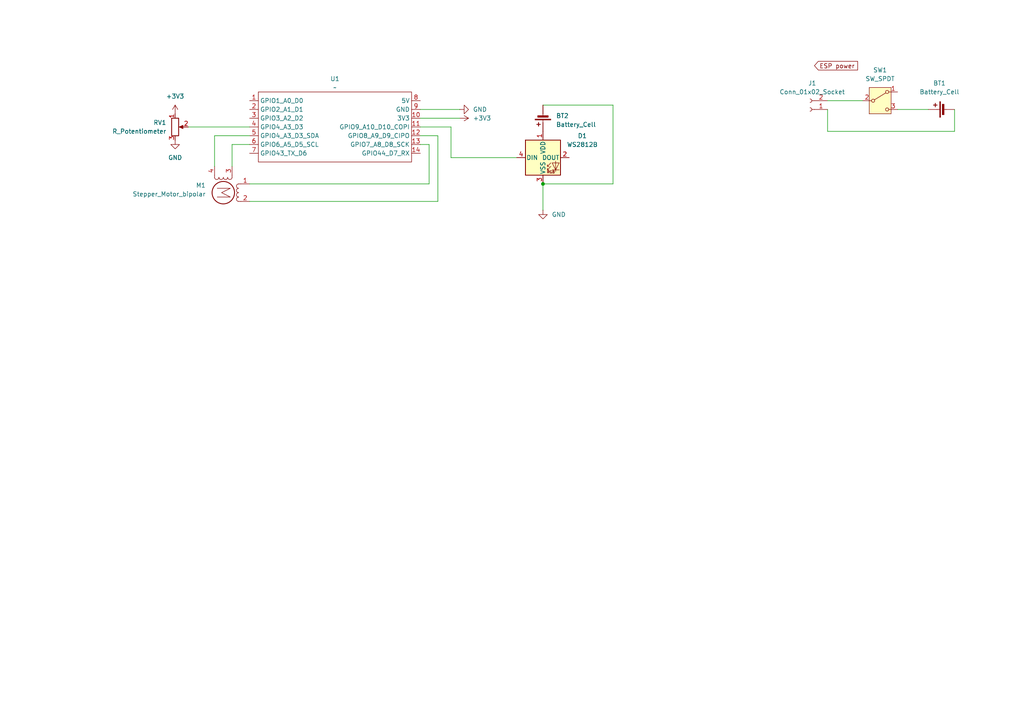
<source format=kicad_sch>
(kicad_sch (version 20231120) (generator "eeschema") (generator_version "8.0")
  (paper "A4")
  (lib_symbols
    (symbol "Connector:Conn_01x02_Socket" (pin_names (offset 1.016) hide)
      (property "Reference" "J" (at 0 2.54 0))
      (property "Value" "Conn_01x02_Socket" (at 0 -5.08 0))
      (symbol "Conn_01x02_Socket_1_1"
        (arc (start 0 -2.032) (mid -0.5058 -2.54) (end 0 -3.048) (stroke (width 0.1524)))
        (polyline (pts (xy -1.27 -2.54) (xy -0.508 -2.54)) (stroke (width 0.1524)))
        (polyline (pts (xy -1.27 0) (xy -0.508 0)) (stroke (width 0.1524)))
        (arc (start 0 0.508) (mid -0.5058 0) (end 0 -0.508) (stroke (width 0.1524)))
        (pin passive line (at -5.08 0 0) (length 3.81) (name "Pin_1") (number "1"))
        (pin passive line (at -5.08 -2.54 0) (length 3.81) (name "Pin_2") (number "2"))
      )
    )
    (symbol "Device:Battery_Cell" (pin_numbers hide) (pin_names (offset 0) hide)
      (property "Reference" "BT" (at 2.54 2.54 0))
      (property "Value" "Battery_Cell" (at 2.54 0 0))
      (symbol "Battery_Cell_0_1"
        (rectangle (start -2.286 1.778) (end 2.286 1.524) (fill (type outline)))
        (rectangle (start -1.524 1.016) (end 1.524 0.508) (fill (type outline)))
        (polyline (pts (xy 0 0.762) (xy 0 0)))
        (polyline (pts (xy 0 1.778) (xy 0 2.54)))
        (polyline (pts (xy 0.762 3.048) (xy 1.778 3.048)) (stroke (width 0.254)))
        (polyline (pts (xy 1.27 3.556) (xy 1.27 2.54)) (stroke (width 0.254)))
      )
      (symbol "Battery_Cell_1_1"
        (pin passive line (at 0 5.08 270) (length 2.54) (name "+") (number "1"))
        (pin passive line (at 0 -2.54 90) (length 2.54) (name "-") (number "2"))
      )
    )
    (symbol "Device:R_Potentiometer" (pin_names (offset 1.016) hide)
      (property "Reference" "RV" (at -4.445 0 90))
      (property "Value" "R_Potentiometer" (at -2.54 0 90))
      (symbol "R_Potentiometer_0_1"
        (polyline (pts (xy 2.54 0) (xy 1.524 0)))
        (polyline (pts (xy 1.143 0) (xy 2.286 0.508) (xy 2.286 -0.508) (xy 1.143 0)) (fill (type outline)))
        (rectangle (start 1.016 2.54) (end -1.016 -2.54) (stroke (width 0.254)))
      )
      (symbol "R_Potentiometer_1_1"
        (pin passive line (at 0 3.81 270) (length 1.27) (name "1") (number "1"))
        (pin passive line (at 3.81 0 180) (length 1.27) (name "2") (number "2"))
        (pin passive line (at 0 -3.81 90) (length 1.27) (name "3") (number "3"))
      )
    )
    (symbol "LED:WS2812B" (pin_names (offset 0.254))
      (property "Reference" "D" (at 5.08 5.715 0))
      (property "Value" "WS2812B" (at 1.27 -5.715 0))
      (symbol "WS2812B_0_0"
        (text "RGB" (at 2.286 -4.191 0) (effects (font (size 0.762 0.762))))
      )
      (symbol "WS2812B_0_1"
        (polyline (pts (xy 1.27 -3.556) (xy 1.778 -3.556)))
        (polyline (pts (xy 1.27 -2.54) (xy 1.778 -2.54)))
        (polyline (pts (xy 4.699 -3.556) (xy 2.667 -3.556)))
        (polyline (pts (xy 2.286 -2.54) (xy 1.27 -3.556) (xy 1.27 -3.048)))
        (polyline (pts (xy 2.286 -1.524) (xy 1.27 -2.54) (xy 1.27 -2.032)))
        (polyline (pts (xy 3.683 -1.016) (xy 3.683 -3.556) (xy 3.683 -4.064)))
        (polyline (pts (xy 4.699 -1.524) (xy 2.667 -1.524) (xy 3.683 -3.556) (xy 4.699 -1.524)))
        (rectangle (start 5.08 5.08) (end -5.08 -5.08) (stroke (width 0.254)) (fill (type background)))
      )
      (symbol "WS2812B_1_1"
        (pin power_in line (at 0 7.62 270) (length 2.54) (name "VDD") (number "1"))
        (pin output line (at 7.62 0 180) (length 2.54) (name "DOUT") (number "2"))
        (pin power_in line (at 0 -7.62 90) (length 2.54) (name "VSS") (number "3"))
        (pin input line (at -7.62 0 0) (length 2.54) (name "DIN") (number "4"))
      )
    )
    (symbol "Motor:Stepper_Motor_bipolar" (pin_names (offset 0) hide)
      (property "Reference" "M" (at 3.81 2.54 0))
      (property "Value" "Stepper_Motor_bipolar" (at 3.81 1.27 0))
      (symbol "Stepper_Motor_bipolar_0_0"
        (polyline (pts (xy -1.27 -1.778) (xy -1.27 2.032) (xy 0 -0.508) (xy 1.27 2.032) (xy 1.27 -1.778)))
      )
      (symbol "Stepper_Motor_bipolar_0_1"
        (arc (start -4.445 -2.54) (mid -3.8127 -1.905) (end -4.445 -1.27))
        (arc (start -4.445 -1.27) (mid -3.8127 -0.635) (end -4.445 0))
        (arc (start -4.445 0) (mid -3.8127 0.635) (end -4.445 1.27))
        (arc (start -4.445 1.27) (mid -3.8127 1.905) (end -4.445 2.54))
        (arc (start -2.54 4.445) (mid -1.905 3.8127) (end -1.27 4.445))
        (arc (start -1.27 4.445) (mid -0.635 3.8127) (end 0 4.445))
        (polyline (pts (xy -5.08 -2.54) (xy -4.445 -2.54)))
        (polyline (pts (xy -5.08 2.54) (xy -4.445 2.54)))
        (polyline (pts (xy -2.54 5.08) (xy -2.54 4.445)))
        (polyline (pts (xy 2.54 5.08) (xy 2.54 4.445)))
        (circle (center 0 0) (radius 3.2512) (stroke (width 0.254)))
        (arc (start 0 4.445) (mid 0.635 3.8127) (end 1.27 4.445))
        (arc (start 1.27 4.445) (mid 1.905 3.8127) (end 2.54 4.445))
      )
      (symbol "Stepper_Motor_bipolar_1_1"
        (pin passive line (at -2.54 7.62 270) (length 2.54) (name "~") (number "1"))
        (pin passive line (at 2.54 7.62 270) (length 2.54) (name "-") (number "2"))
        (pin passive line (at -7.62 2.54 0) (length 2.54) (name "~") (number "3"))
        (pin passive line (at -7.62 -2.54 0) (length 2.54) (name "~") (number "4"))
      )
    )
    (symbol "Switch:SW_SPDT" (pin_names (offset 0) hide)
      (property "Reference" "SW" (at 0 5.08 0))
      (property "Value" "SW_SPDT" (at 0 -5.08 0))
      (symbol "SW_SPDT_0_1"
        (circle (center -2.032 0) (radius 0.4572))
        (polyline (pts (xy -1.651 0.254) (xy 1.651 2.286)))
        (circle (center 2.032 -2.54) (radius 0.4572))
        (circle (center 2.032 2.54) (radius 0.4572))
      )
      (symbol "SW_SPDT_1_1"
        (rectangle (start -3.175 3.81) (end 3.175 -3.81) (fill (type background)))
        (pin passive line (at 5.08 2.54 180) (length 2.54) (name "A") (number "1"))
        (pin passive line (at -5.08 0 0) (length 2.54) (name "B") (number "2"))
        (pin passive line (at 5.08 -2.54 180) (length 2.54) (name "C") (number "3"))
      )
    )
    (symbol "XIAO ESP 32 S3:XIAO_ESP32_SENSE"
      (property "Reference" "U" (at 0 0 0))
      (symbol "XIAO_ESP32_SENSE_0_1"
        (polyline (pts (xy -20.32 8.89) (xy -20.32 -11.43) (xy 24.13 -11.43) (xy 24.13 8.89) (xy -20.32 8.89)))
      )
      (symbol "XIAO_ESP32_SENSE_1_1"
        (pin bidirectional line (at -22.86 6.35 0) (length 2.54) (name "GPIO1_A0_D0") (number "1"))
        (pin bidirectional line (at 26.67 1.27 180) (length 2.54) (name "3V3") (number "10"))
        (pin bidirectional line (at 26.67 -1.27 180) (length 2.54) (name "GPIO9_A10_D10_COPI") (number "11"))
        (pin bidirectional line (at 26.67 -3.81 180) (length 2.54) (name "GPIO8_A9_D9_CIPO") (number "12"))
        (pin bidirectional line (at 26.67 -6.35 180) (length 2.54) (name "GPIO7_A8_D8_SCK") (number "13"))
        (pin bidirectional line (at 26.67 -8.89 180) (length 2.54) (name "GPIO44_D7_RX") (number "14"))
        (pin bidirectional line (at -22.86 3.81 0) (length 2.54) (name "GPIO2_A1_D1") (number "2"))
        (pin bidirectional line (at -22.86 1.27 0) (length 2.54) (name "GPIO3_A2_D2") (number "3"))
        (pin bidirectional line (at -22.86 -1.27 0) (length 2.54) (name "GPIO4_A3_D3") (number "4"))
        (pin bidirectional line (at -22.86 -3.81 0) (length 2.54) (name "GPIO4_A3_D3_SDA") (number "5"))
        (pin bidirectional line (at -22.86 -6.35 0) (length 2.54) (name "GPIO6_A5_D5_SCL") (number "6"))
        (pin bidirectional line (at -22.86 -8.89 0) (length 2.54) (name "GPIO43_TX_D6") (number "7"))
        (pin bidirectional line (at 26.67 6.35 180) (length 2.54) (name "5V") (number "8"))
        (pin bidirectional line (at 26.67 3.81 180) (length 2.54) (name "GND") (number "9"))
      )
    )
    (symbol "power:+3V3" (power) (pin_numbers hide) (pin_names (offset 0) hide)
      (property "Value" "+3V3" (at 0 3.556 0))
      (symbol "+3V3_0_1"
        (polyline (pts (xy -0.762 1.27) (xy 0 2.54)))
        (polyline (pts (xy 0 0) (xy 0 2.54)))
        (polyline (pts (xy 0 2.54) (xy 0.762 1.27)))
      )
      (symbol "+3V3_1_1"
        (pin power_in line (at 0 0 90) (length 0) (name "~") (number "1"))
      )
    )
    (symbol "power:GND" (power) (pin_numbers hide) (pin_names (offset 0) hide)
      (property "Value" "GND" (at 0 -3.81 0))
      (symbol "GND_0_1"
        (polyline (pts (xy 0 0) (xy 0 -1.27) (xy 1.27 -1.27) (xy 0 -2.54) (xy -1.27 -1.27) (xy 0 -1.27)))
      )
      (symbol "GND_1_1"
        (pin power_in line (at 0 0 270) (length 0) (name "~") (number "1"))
      )
    )
  )
  (junction (at 157.48 53.34))
  (wire (pts (xy 121.92 41.91) (xy 124.46 41.91)))
  (wire (pts (xy 276.86 31.75) (xy 276.86 38.1)))
  (wire (pts (xy 121.92 34.29) (xy 133.35 34.29)))
  (wire (pts (xy 157.48 60.96) (xy 157.48 53.34)))
  (wire (pts (xy 130.81 36.83) (xy 121.92 36.83)))
  (wire (pts (xy 260.35 31.75) (xy 269.24 31.75)))
  (wire (pts (xy 124.46 41.91) (xy 124.46 53.34)))
  (wire (pts (xy 67.31 41.91) (xy 72.39 41.91)))
  (wire (pts (xy 276.86 38.1) (xy 240.03 38.1)))
  (wire (pts (xy 240.03 31.75) (xy 240.03 38.1)))
  (wire (pts (xy 54.61 36.83) (xy 72.39 36.83)))
  (wire (pts (xy 62.23 39.37) (xy 62.23 48.26)))
  (wire (pts (xy 149.86 45.72) (xy 130.81 45.72)))
  (wire (pts (xy 127 58.42) (xy 127 39.37)))
  (wire (pts (xy 240.03 29.21) (xy 250.19 29.21)))
  (wire (pts (xy 67.31 48.26) (xy 67.31 41.91)))
  (wire (pts (xy 133.35 31.75) (xy 121.92 31.75)))
  (wire (pts (xy 130.81 45.72) (xy 130.81 36.83)))
  (wire (pts (xy 177.8 53.34) (xy 157.48 53.34)))
  (wire (pts (xy 72.39 39.37) (xy 62.23 39.37)))
  (wire (pts (xy 157.48 30.48) (xy 177.8 30.48)))
  (wire (pts (xy 177.8 30.48) (xy 177.8 53.34)))
  (wire (pts (xy 127 39.37) (xy 121.92 39.37)))
  (wire (pts (xy 72.39 58.42) (xy 127 58.42)))
  (wire (pts (xy 72.39 53.34) (xy 124.46 53.34)))
  (global_label "ESP power" (shape input) (at 236.22 19.05 0) (property "Intersheetrefs" "${INTERSHEET_REFS}" (effects (hide yes))))
  (symbol (lib_id "XIAO ESP 32 S3:XIAO_ESP32_SENSE") (at 95.25 35.56 0) (unit 1)
    (property "Reference" "U1" (at 97.155 22.86 0))
    (property "Value" "~" (at 97.155 25.4 0))
    (property "Footprint" "XIAO ESP32 S3:XIAO_ESP32_SENSE" (effects (hide yes)))
  )
  (symbol (lib_id "power:GND") (at 157.48 60.96 0) (unit 1)
    (property "Reference" "#PWR02" (effects (hide yes)))
    (property "Value" "GND" (at 160.02 62.2299 0) (effects (justify left)))
    (property "Description" "Power symbol creates a global label with name \"GND\" , ground" (effects (hide yes)))
  )
  (symbol (lib_id "power:+3V3") (at 133.35 34.29 270) (unit 1)
    (property "Reference" "#PWR07" (effects (hide yes)))
    (property "Value" "+3V3" (at 137.16 34.2899 90) (effects (justify left)))
    (property "Description" "Power symbol creates a global label with name \"+3V3\"" (effects (hide yes)))
  )
  (symbol (lib_id "power:GND") (at 133.35 31.75 90) (unit 1)
    (property "Reference" "#PWR04" (effects (hide yes)))
    (property "Value" "GND" (at 137.16 31.7499 90) (effects (justify right)))
    (property "Description" "Power symbol creates a global label with name \"GND\" , ground" (effects (hide yes)))
  )
  (symbol (lib_id "Switch:SW_SPDT") (at 255.27 29.21 0) (unit 1)
    (property "Reference" "SW1" (at 255.27 20.32 0))
    (property "Value" "SW_SPDT" (at 255.27 22.86 0))
    (property "Footprint" "Connector_PinHeader_2.54mm:PinHeader_1x03_P2.54mm_Vertical" (effects (hide yes)))
    (property "Description" "Switch, single pole double throw" (effects (hide yes)))
  )
  (symbol (lib_id "Connector:Conn_01x02_Socket") (at 234.95 31.75 180) (unit 1)
    (property "Reference" "J1" (at 235.585 24.13 0))
    (property "Value" "Conn_01x02_Socket" (at 235.585 26.67 0))
    (property "Footprint" "Connector_PinHeader_2.54mm:PinHeader_1x02_P2.54mm_Vertical" (effects (hide yes)))
    (property "Description" "Generic connector, single row, 01x02, script generated" (effects (hide yes)))
  )
  (symbol (lib_id "power:+3V3") (at 50.8 33.02 0) (unit 1)
    (property "Reference" "#PWR05" (effects (hide yes)))
    (property "Value" "+3V3" (at 50.8 27.94 0))
    (property "Description" "Power symbol creates a global label with name \"+3V3\"" (effects (hide yes)))
  )
  (symbol (lib_id "power:GND") (at 50.8 40.64 0) (unit 1)
    (property "Reference" "#PWR06" (effects (hide yes)))
    (property "Value" "GND" (at 50.8 45.72 0))
    (property "Description" "Power symbol creates a global label with name \"GND\" , ground" (effects (hide yes)))
  )
  (symbol (lib_id "Device:Battery_Cell") (at 274.32 31.75 90) (unit 1)
    (property "Reference" "BT1" (at 272.4785 24.13 90))
    (property "Value" "Battery_Cell" (at 272.4785 26.67 90))
    (property "Footprint" "Battery:BatteryHolder_Keystone_1042_1x18650" (effects (hide yes)))
    (property "Description" "Single-cell battery" (effects (hide yes)))
  )
  (symbol (lib_id "Device:Battery_Cell") (at 157.48 33.02 180) (unit 1)
    (property "Reference" "BT2" (at 161.29 33.5914 0) (effects (justify right)))
    (property "Value" "Battery_Cell" (at 161.29 36.1314 0) (effects (justify right)))
    (property "Footprint" "Connector_BarrelJack:BarrelJack_Kycon_KLDX-0202-xC_Horizontal" (effects (hide yes)))
    (property "Description" "Single-cell battery" (effects (hide yes)))
  )
  (symbol (lib_id "LED:WS2812B") (at 157.48 45.72 0) (unit 1)
    (property "Reference" "D1" (at 168.91 39.4014 0))
    (property "Value" "WS2812B" (at 168.91 41.9414 0))
    (property "Footprint" "Connector_PinHeader_2.54mm:PinHeader_1x04_P2.54mm_Vertical" (effects (hide yes)))
    (property "Datasheet" "https://cdn-shop.adafruit.com/datasheets/WS2812B.pdf" (effects (hide yes)))
    (property "Description" "RGB LED with integrated controller" (effects (hide yes)))
  )
  (symbol (lib_id "Device:R_Potentiometer") (at 50.8 36.83 0) (unit 1)
    (property "Reference" "RV1" (at 48.26 35.5599 0) (effects (justify right)))
    (property "Value" "R_Potentiometer" (at 48.26 38.0999 0) (effects (justify right)))
    (property "Footprint" "Connector_PinHeader_2.54mm:PinHeader_1x03_P2.54mm_Horizontal" (effects (hide yes)))
    (property "Description" "Potentiometer" (effects (hide yes)))
  )
  (symbol (lib_id "Motor:Stepper_Motor_bipolar") (at 64.77 55.88 270) (unit 1)
    (property "Reference" "M1" (at 59.69 53.759 90) (effects (justify right)))
    (property "Value" "Stepper_Motor_bipolar" (at 59.69 56.299 90) (effects (justify right)))
    (property "Footprint" "Stepper motor:x27_stepper" (effects (hide yes)))
    (property "Datasheet" "http://www.infineon.com/dgdl/Application-Note-TLE8110EE_driving_UniPolarStepperMotor_V1.1.pdf?fileId=db3a30431be39b97011be5d0aa0a00b0" (effects (hide yes)))
    (property "Description" "4-wire bipolar stepper motor" (effects (hide yes)))
  )
)
</source>
